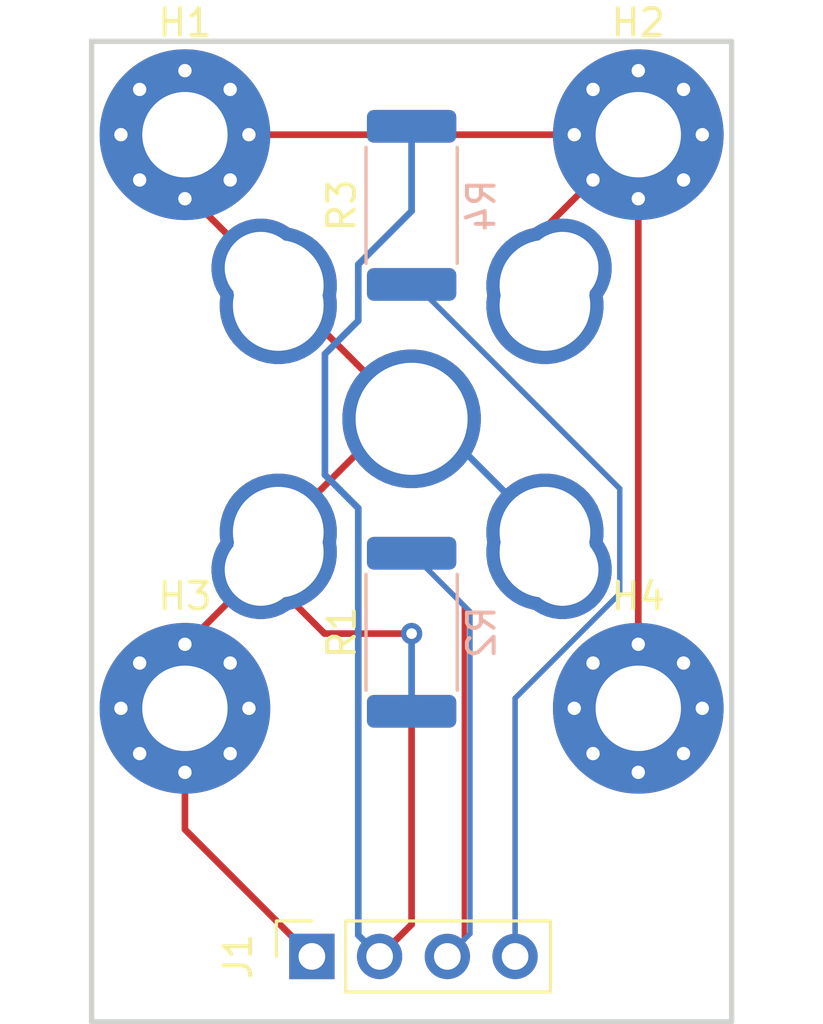
<source format=kicad_pcb>
(kicad_pcb (version 20221018) (generator pcbnew)
  (layers (0 "F.Cu" signal) (31 "B.Cu" signal) (34 "B.Paste" user) (35 "F.Paste" user) (36 "B.SilkS" user "B.Silkscreen") (37 "F.SilkS" user "F.Silkscreen") (38 "B.Mask" user) (39 "F.Mask" user) (44 "Edge.Cuts" user))
  (net 0 "")
  (net 1 "GND")
  (net 2 "VDDA")
  (net 3 "IN+")
  (net 4 "IN-")
  (footprint "Connector_PinSocket_2.54mm:PinSocket_1x04_P2.54mm_Vertical" (layer "F.Cu") (at 8.26 34.3 90)
    (fp_text reference "J1" (at 0 -2.77 90) (layer "F.SilkS"))
    (fp_text value "PR&J")
    (fp_line (start -1.33 1.27) (end -1.33 8.95) (stroke (width 0.12)) (layer "F.SilkS"))
    (fp_line (start -1.33 1.27) (end 1.33 1.27) (stroke (width 0.12)) (layer "F.SilkS"))
    (fp_line (start -1.33 8.95) (end 1.33 8.95) (stroke (width 0.12)) (layer "F.SilkS"))
    (fp_line (start 0 -1.33) (end 1.33 -1.33) (stroke (width 0.12)) (layer "F.SilkS"))
    (fp_line (start 1.33 -1.33) (end 1.33 0) (stroke (width 0.12)) (layer "F.SilkS"))
    (fp_line (start 1.33 1.27) (end 1.33 8.95) (stroke (width 0.12)) (layer "F.SilkS"))
    (pad "1" thru_hole rect (at 0 0 90) (size 1.7 1.7) (drill 1) (layers "*.Cu" "*.Mask") (net 1 "GND"))
    (pad "2" thru_hole oval (at 0 2.54 90) (size 1.7 1.7) (drill 1) (layers "*.Cu" "*.Mask") (net 2 "VDDA"))
    (pad "3" thru_hole oval (at 0 5.08 90) (size 1.7 1.7) (drill 1) (layers "*.Cu" "*.Mask") (net 3 "IN+"))
    (pad "4" thru_hole oval (at 0 7.62 90) (size 1.7 1.7) (drill 1) (layers "*.Cu" "*.Mask") (net 4 "IN-"))
  )
  (footprint "Resistor_SMD:R_2512_6332Metric" (layer "F.Cu") (at 12 6.15 90)
    (fp_text reference "R3" (at 0 -2.62 90) (layer "F.SilkS"))
    (fp_text value "1k")
    (fp_line (start -2.177064 -1.71) (end 2.177064 -1.71) (stroke (width 0.12)) (layer "F.SilkS"))
    (fp_line (start -2.177064 1.71) (end 2.177064 1.71) (stroke (width 0.12)) (layer "F.SilkS"))
    (pad "1" smd roundrect (at -2.9625 0 90) (size 1.225 3.35) (layers "F.Cu" "F.Paste" "F.Mask") (roundrect_rratio 0.204082) (net 4 "IN-"))
    (pad "2" smd roundrect (at 2.9625 0 90) (size 1.225 3.35) (layers "F.Cu" "F.Paste" "F.Mask") (roundrect_rratio 0.204082) (net 1 "GND"))
  )
  (footprint "MountingHole:MountingHole_3.2mm_M3_Pad_Via" (layer "F.Cu") (at 3.5 3.5)
    (fp_text reference "H1" (at 0 -4.2) (layer "F.SilkS"))
    (fp_text value "MountingHole_Pad")
    (pad "1" thru_hole circle (at -2.4 0) (size 0.8 0.8) (drill 0.5) (layers "*.Cu" "*.Mask") (net 1 "GND"))
    (pad "1" thru_hole circle (at -1.697056 -1.697056) (size 0.8 0.8) (drill 0.5) (layers "*.Cu" "*.Mask") (net 1 "GND"))
    (pad "1" thru_hole circle (at -1.697056 1.697056) (size 0.8 0.8) (drill 0.5) (layers "*.Cu" "*.Mask") (net 1 "GND"))
    (pad "1" thru_hole circle (at 0 -2.4) (size 0.8 0.8) (drill 0.5) (layers "*.Cu" "*.Mask") (net 1 "GND"))
    (pad "1" thru_hole circle (at 0 0) (size 6.4 6.4) (drill 3.2) (layers "*.Cu" "*.Mask") (net 1 "GND"))
    (pad "1" thru_hole circle (at 0 2.4) (size 0.8 0.8) (drill 0.5) (layers "*.Cu" "*.Mask") (net 1 "GND"))
    (pad "1" thru_hole circle (at 1.697056 -1.697056) (size 0.8 0.8) (drill 0.5) (layers "*.Cu" "*.Mask") (net 1 "GND"))
    (pad "1" thru_hole circle (at 1.697056 1.697056) (size 0.8 0.8) (drill 0.5) (layers "*.Cu" "*.Mask") (net 1 "GND"))
    (pad "1" thru_hole circle (at 2.4 0) (size 0.8 0.8) (drill 0.5) (layers "*.Cu" "*.Mask") (net 1 "GND"))
  )
  (footprint "custom:hotend mounting holes" (layer "F.Cu") (at 12 14.15)
    (fp_text reference "U1" hide)
    (fp_text value "~" hide)
    (pad "1" thru_hole custom (at -5.656854 -5.656854) (size 3.7 3.7) (drill 2.7) (layers "*.Cu" "*.Mask") (net 1 "GND") (options (clearance outline) (anchor circle)) (primitives))
    (pad "1" thru_hole custom (at -5.656854 5.656854) (size 3.7 3.7) (drill 2.7) (layers "*.Cu" "*.Mask") (net 1 "GND") (options (clearance outline) (anchor circle)) (primitives))
    (pad "1" thru_hole custom (at -5 -5) (size 4.4 4.4) (drill 3.4) (layers "*.Cu" "*.Mask") (net 1 "GND") (options (clearance outline) (anchor circle)) (primitives))
    (pad "1" thru_hole custom (at -5 -4.25) (size 4.4 4.4) (drill 3.4) (layers "*.Cu" "*.Mask") (net 1 "GND") (options (clearance outline) (anchor circle)) (primitives))
    (pad "1" thru_hole custom (at -5 4.25) (size 4.4 4.4) (drill 3.4) (layers "*.Cu" "*.Mask") (net 1 "GND") (options (clearance outline) (anchor circle)) (primitives))
    (pad "1" thru_hole custom (at -5 5) (size 4.4 4.4) (drill 3.4) (layers "*.Cu" "*.Mask") (net 1 "GND") (options (clearance outline) (anchor circle)) (primitives))
    (pad "1" thru_hole custom (at 0 0) (size 5.2 5.2) (drill 4.2) (layers "*.Cu" "*.Mask") (net 1 "GND") (options (clearance outline) (anchor circle)) (primitives))
    (pad "1" thru_hole custom (at 5 -5) (size 4.4 4.4) (drill 3.4) (layers "*.Cu" "*.Mask") (net 1 "GND") (options (clearance outline) (anchor circle)) (primitives))
    (pad "1" thru_hole custom (at 5 -4.25) (size 4.4 4.4) (drill 3.4) (layers "*.Cu" "*.Mask") (net 1 "GND") (options (clearance outline) (anchor circle)) (primitives))
    (pad "1" thru_hole custom (at 5 4.25) (size 4.4 4.4) (drill 3.4) (layers "*.Cu" "*.Mask") (net 1 "GND") (options (clearance outline) (anchor circle)) (primitives))
    (pad "1" thru_hole custom (at 5 5) (size 4.4 4.4) (drill 3.4) (layers "*.Cu" "*.Mask") (net 1 "GND") (options (clearance outline) (anchor circle)) (primitives))
    (pad "1" thru_hole custom (at 5.656854 -5.656854) (size 3.7 3.7) (drill 2.7) (layers "*.Cu" "*.Mask") (net 1 "GND") (options (clearance outline) (anchor circle)) (primitives))
    (pad "1" thru_hole custom (at 5.656854 5.656854) (size 3.7 3.7) (drill 2.7) (layers "*.Cu" "*.Mask") (net 1 "GND") (options (clearance outline) (anchor circle)) (primitives))
  )
  (footprint "MountingHole:MountingHole_3.2mm_M3_Pad_Via" (layer "F.Cu") (at 20.5 3.5)
    (fp_text reference "H2" (at 0 -4.2) (layer "F.SilkS"))
    (fp_text value "MountingHole_Pad")
    (pad "1" thru_hole circle (at -2.4 0) (size 0.8 0.8) (drill 0.5) (layers "*.Cu" "*.Mask") (net 1 "GND"))
    (pad "1" thru_hole circle (at -1.697056 -1.697056) (size 0.8 0.8) (drill 0.5) (layers "*.Cu" "*.Mask") (net 1 "GND"))
    (pad "1" thru_hole circle (at -1.697056 1.697056) (size 0.8 0.8) (drill 0.5) (layers "*.Cu" "*.Mask") (net 1 "GND"))
    (pad "1" thru_hole circle (at 0 -2.4) (size 0.8 0.8) (drill 0.5) (layers "*.Cu" "*.Mask") (net 1 "GND"))
    (pad "1" thru_hole circle (at 0 0) (size 6.4 6.4) (drill 3.2) (layers "*.Cu" "*.Mask") (net 1 "GND"))
    (pad "1" thru_hole circle (at 0 2.4) (size 0.8 0.8) (drill 0.5) (layers "*.Cu" "*.Mask") (net 1 "GND"))
    (pad "1" thru_hole circle (at 1.697056 -1.697056) (size 0.8 0.8) (drill 0.5) (layers "*.Cu" "*.Mask") (net 1 "GND"))
    (pad "1" thru_hole circle (at 1.697056 1.697056) (size 0.8 0.8) (drill 0.5) (layers "*.Cu" "*.Mask") (net 1 "GND"))
    (pad "1" thru_hole circle (at 2.4 0) (size 0.8 0.8) (drill 0.5) (layers "*.Cu" "*.Mask") (net 1 "GND"))
  )
  (footprint "Resistor_SMD:R_2512_6332Metric" (layer "F.Cu") (at 12 22.15 90)
    (fp_text reference "R1" (at 0 -2.62 90) (layer "F.SilkS"))
    (fp_text value "1k")
    (fp_line (start -2.177064 -1.71) (end 2.177064 -1.71) (stroke (width 0.12)) (layer "F.SilkS"))
    (fp_line (start -2.177064 1.71) (end 2.177064 1.71) (stroke (width 0.12)) (layer "F.SilkS"))
    (pad "1" smd roundrect (at -2.9625 0 90) (size 1.225 3.35) (layers "F.Cu" "F.Paste" "F.Mask") (roundrect_rratio 0.204082) (net 2 "VDDA"))
    (pad "2" smd roundrect (at 2.9625 0 90) (size 1.225 3.35) (layers "F.Cu" "F.Paste" "F.Mask") (roundrect_rratio 0.204082) (net 3 "IN+"))
  )
  (footprint "MountingHole:MountingHole_3.2mm_M3_Pad_Via" (layer "F.Cu") (at 3.5 25)
    (fp_text reference "H3" (at 0 -4.2) (layer "F.SilkS"))
    (fp_text value "MountingHole_Pad")
    (pad "1" thru_hole circle (at -2.4 0) (size 0.8 0.8) (drill 0.5) (layers "*.Cu" "*.Mask") (net 1 "GND"))
    (pad "1" thru_hole circle (at -1.697056 -1.697056) (size 0.8 0.8) (drill 0.5) (layers "*.Cu" "*.Mask") (net 1 "GND"))
    (pad "1" thru_hole circle (at -1.697056 1.697056) (size 0.8 0.8) (drill 0.5) (layers "*.Cu" "*.Mask") (net 1 "GND"))
    (pad "1" thru_hole circle (at 0 -2.4) (size 0.8 0.8) (drill 0.5) (layers "*.Cu" "*.Mask") (net 1 "GND"))
    (pad "1" thru_hole circle (at 0 0) (size 6.4 6.4) (drill 3.2) (layers "*.Cu" "*.Mask") (net 1 "GND"))
    (pad "1" thru_hole circle (at 0 2.4) (size 0.8 0.8) (drill 0.5) (layers "*.Cu" "*.Mask") (net 1 "GND"))
    (pad "1" thru_hole circle (at 1.697056 -1.697056) (size 0.8 0.8) (drill 0.5) (layers "*.Cu" "*.Mask") (net 1 "GND"))
    (pad "1" thru_hole circle (at 1.697056 1.697056) (size 0.8 0.8) (drill 0.5) (layers "*.Cu" "*.Mask") (net 1 "GND"))
    (pad "1" thru_hole circle (at 2.4 0) (size 0.8 0.8) (drill 0.5) (layers "*.Cu" "*.Mask") (net 1 "GND"))
  )
  (footprint "MountingHole:MountingHole_3.2mm_M3_Pad_Via" (layer "F.Cu") (at 20.5 25)
    (fp_text reference "H4" (at 0 -4.2) (layer "F.SilkS"))
    (fp_text value "MountingHole_Pad")
    (pad "1" thru_hole circle (at -2.4 0) (size 0.8 0.8) (drill 0.5) (layers "*.Cu" "*.Mask") (net 1 "GND"))
    (pad "1" thru_hole circle (at -1.697056 -1.697056) (size 0.8 0.8) (drill 0.5) (layers "*.Cu" "*.Mask") (net 1 "GND"))
    (pad "1" thru_hole circle (at -1.697056 1.697056) (size 0.8 0.8) (drill 0.5) (layers "*.Cu" "*.Mask") (net 1 "GND"))
    (pad "1" thru_hole circle (at 0 -2.4) (size 0.8 0.8) (drill 0.5) (layers "*.Cu" "*.Mask") (net 1 "GND"))
    (pad "1" thru_hole circle (at 0 0) (size 6.4 6.4) (drill 3.2) (layers "*.Cu" "*.Mask") (net 1 "GND"))
    (pad "1" thru_hole circle (at 0 2.4) (size 0.8 0.8) (drill 0.5) (layers "*.Cu" "*.Mask") (net 1 "GND"))
    (pad "1" thru_hole circle (at 1.697056 -1.697056) (size 0.8 0.8) (drill 0.5) (layers "*.Cu" "*.Mask") (net 1 "GND"))
    (pad "1" thru_hole circle (at 1.697056 1.697056) (size 0.8 0.8) (drill 0.5) (layers "*.Cu" "*.Mask") (net 1 "GND"))
    (pad "1" thru_hole circle (at 2.4 0) (size 0.8 0.8) (drill 0.5) (layers "*.Cu" "*.Mask") (net 1 "GND"))
  )
  (footprint "Resistor_SMD:R_2512_6332Metric" (layer "B.Cu") (at 12 22.15 90)
    (fp_text reference "R2" (at 0 2.62 270) (layer "B.SilkS") (effects (justify mirror)))
    (fp_text value "1k")
    (fp_line (start -2.177064 -1.71) (end 2.177064 -1.71) (stroke (width 0.12)) (layer "B.SilkS"))
    (fp_line (start -2.177064 1.71) (end 2.177064 1.71) (stroke (width 0.12)) (layer "B.SilkS"))
    (pad "1" smd roundrect (at -2.9625 0 90) (size 1.225 3.35) (layers "B.Cu" "B.Paste" "B.Mask") (roundrect_rratio 0.204082) (net 1 "GND"))
    (pad "2" smd roundrect (at 2.9625 0 90) (size 1.225 3.35) (layers "B.Cu" "B.Paste" "B.Mask") (roundrect_rratio 0.204082) (net 3 "IN+"))
  )
  (footprint "Resistor_SMD:R_2512_6332Metric" (layer "B.Cu") (at 12 6.15 90)
    (fp_text reference "R4" (at 0 2.62 270) (layer "B.SilkS") (effects (justify mirror)))
    (fp_text value "1k")
    (fp_line (start -2.177064 -1.71) (end 2.177064 -1.71) (stroke (width 0.12)) (layer "B.SilkS"))
    (fp_line (start -2.177064 1.71) (end 2.177064 1.71) (stroke (width 0.12)) (layer "B.SilkS"))
    (pad "1" smd roundrect (at -2.9625 0 90) (size 1.225 3.35) (layers "B.Cu" "B.Paste" "B.Mask") (roundrect_rratio 0.204082) (net 4 "IN-"))
    (pad "2" smd roundrect (at 2.9625 0 90) (size 1.225 3.35) (layers "B.Cu" "B.Paste" "B.Mask") (roundrect_rratio 0.204082) (net 2 "VDDA"))
  )
  (gr_rect (start 0 0) (end 24 36.75) (stroke (width 0.2)) (fill none) (layer "Edge.Cuts"))
  (segment (start 7 19.15) (end 3.5 22.65) (width 0.25) (layer "F.Cu") (net 1))
  (segment (start 8.736292 22.2) (end 6.343146 19.806854) (width 0.25) (layer "F.Cu") (net 1))
  (segment (start 3.5 22.65) (end 3.5 25) (width 0.25) (layer "F.Cu") (net 1))
  (segment (start 20.5 3.5) (end 17 7) (width 0.25) (layer "F.Cu") (net 1))
  (segment (start 3.5 25) (end 3.5 29.54) (width 0.25) (layer "F.Cu") (net 1))
  (segment (start 12 22.2) (end 8.736292 22.2) (width 0.25) (layer "F.Cu") (net 1))
  (segment (start 3.5 5.65) (end 6.343146 8.493146) (width 0.25) (layer "F.Cu") (net 1))
  (segment (start 12 14.15) (end 7.75 9.9) (width 0.25) (layer "F.Cu") (net 1))
  (segment (start 17 7) (end 17 9.9) (width 0.25) (layer "F.Cu") (net 1))
  (segment (start 7 18.4) (end 11.25 14.15) (width 0.25) (layer "F.Cu") (net 1))
  (segment (start 12.3125 3.5) (end 12 3.1875) (width 0.25) (layer "F.Cu") (net 1))
  (segment (start 3.5 3.5) (end 3.5 5.65) (width 0.25) (layer "F.Cu") (net 1))
  (segment (start 3.5 3.5) (end 11.6875 3.5) (width 0.25) (layer "F.Cu") (net 1))
  (segment (start 11.25 14.15) (end 12 14.15) (width 0.25) (layer "F.Cu") (net 1))
  (segment (start 11.6875 3.5) (end 12 3.1875) (width 0.25) (layer "F.Cu") (net 1))
  (segment (start 20.5 3.5) (end 12.3125 3.5) (width 0.25) (layer "F.Cu") (net 1))
  (segment (start 3.5 29.54) (end 8.26 34.3) (width 0.25) (layer "F.Cu") (net 1))
  (segment (start 7.75 9.9) (end 7 9.9) (width 0.25) (layer "F.Cu") (net 1))
  (segment (start 20.5 3.5) (end 20.5 25) (width 0.25) (layer "F.Cu") (net 1))
  (via (at 12 22.2) (size 0.8) (drill 0.4) (layers "F.Cu" "B.Cu") (net 1))
  (segment (start 17 18.4) (end 12.75 14.15) (width 0.25) (layer "B.Cu") (net 1))
  (segment (start 12.75 14.15) (end 12 14.15) (width 0.25) (layer "B.Cu") (net 1))
  (segment (start 12 22.2) (end 12 25.2) (width 0.25) (layer "B.Cu") (net 1))
  (segment (start 12 24.55) (end 12 33.1) (width 0.25) (layer "F.Cu") (net 2))
  (segment (start 12 33.1) (end 10.8 34.3) (width 0.25) (layer "F.Cu") (net 2))
  (segment (start 10 8.361827) (end 10 10.47089) (width 0.25) (layer "B.Cu") (net 2))
  (segment (start 10 17.5) (end 10 33.5) (width 0.25) (layer "B.Cu") (net 2))
  (segment (start 10 33.5) (end 10.8 34.3) (width 0.25) (layer "B.Cu") (net 2))
  (segment (start 12 6.361827) (end 10 8.361827) (width 0.25) (layer "B.Cu") (net 2))
  (segment (start 8.75 11.72089) (end 8.75 16.25) (width 0.25) (layer "B.Cu") (net 2))
  (segment (start 12 3.0375) (end 12 6.361827) (width 0.25) (layer "B.Cu") (net 2))
  (segment (start 10 10.47089) (end 8.75 11.72089) (width 0.25) (layer "B.Cu") (net 2))
  (segment (start 8.75 16.25) (end 10 17.5) (width 0.25) (layer "B.Cu") (net 2))
  (segment (start 13.975 33.665) (end 13.34 34.3) (width 0.2) (layer "F.Cu") (net 3))
  (segment (start 13.975 21.1625) (end 13.975 33.665) (width 0.2) (layer "F.Cu") (net 3))
  (segment (start 12 19.1875) (end 13.975 21.1625) (width 0.2) (layer "F.Cu") (net 3))
  (segment (start 12 19.1875) (end 14.19 21.3775) (width 0.2) (layer "B.Cu") (net 3))
  (segment (start 14.19 33.45) (end 13.34 34.3) (width 0.2) (layer "B.Cu") (net 3))
  (segment (start 14.19 21.3775) (end 14.19 33.45) (width 0.2) (layer "B.Cu") (net 3))
  (segment (start 12 8.9625) (end 19.806854 16.769354) (width 0.2) (layer "F.Cu") (net 4))
  (segment (start 19.806854 16.769354) (end 19.806854 20.697414) (width 0.2) (layer "F.Cu") (net 4))
  (segment (start 15.88 24.624268) (end 15.88 34.3) (width 0.2) (layer "F.Cu") (net 4))
  (segment (start 19.806854 20.697414) (end 15.88 24.624268) (width 0.2) (layer "F.Cu") (net 4))
  (segment (start 19.806854 20.697414) (end 15.88 24.624268) (width 0.2) (layer "B.Cu") (net 4))
  (segment (start 15.88 24.624268) (end 15.88 34.3) (width 0.2) (layer "B.Cu") (net 4))
  (segment (start 19.806854 16.769354) (end 19.806854 20.697414) (width 0.2) (layer "B.Cu") (net 4))
  (segment (start 12 8.9625) (end 19.806854 16.769354) (width 0.2) (layer "B.Cu") (net 4))
)
</source>
